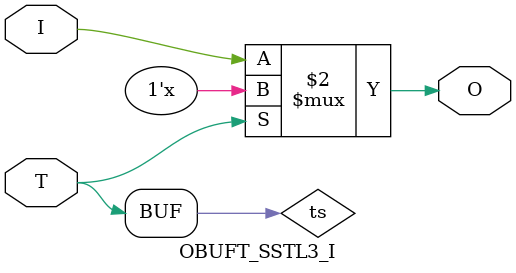
<source format=v>

/*

FUNCTION	: TRI-STATE OUTPUT BUFFER

*/

`celldefine
`timescale  100 ps / 10 ps

module OBUFT_SSTL3_I (O, I, T);

    output O;

    input  I, T;

    or O1 (ts, 1'b0, T);
    bufif0 T1 (O, I, ts);

endmodule

</source>
